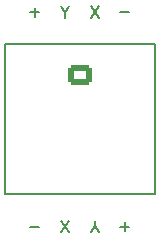
<source format=gbr>
%TF.GenerationSoftware,KiCad,Pcbnew,(6.0.1)*%
%TF.CreationDate,2022-02-07T22:37:26-05:00*%
%TF.ProjectId,PDB-B,5044422d-422e-46b6-9963-61645f706362,rev?*%
%TF.SameCoordinates,Original*%
%TF.FileFunction,Legend,Bot*%
%TF.FilePolarity,Positive*%
%FSLAX46Y46*%
G04 Gerber Fmt 4.6, Leading zero omitted, Abs format (unit mm)*
G04 Created by KiCad (PCBNEW (6.0.1)) date 2022-02-07 22:37:26*
%MOMM*%
%LPD*%
G01*
G04 APERTURE LIST*
G04 Aperture macros list*
%AMRoundRect*
0 Rectangle with rounded corners*
0 $1 Rounding radius*
0 $2 $3 $4 $5 $6 $7 $8 $9 X,Y pos of 4 corners*
0 Add a 4 corners polygon primitive as box body*
4,1,4,$2,$3,$4,$5,$6,$7,$8,$9,$2,$3,0*
0 Add four circle primitives for the rounded corners*
1,1,$1+$1,$2,$3*
1,1,$1+$1,$4,$5*
1,1,$1+$1,$6,$7*
1,1,$1+$1,$8,$9*
0 Add four rect primitives between the rounded corners*
20,1,$1+$1,$2,$3,$4,$5,0*
20,1,$1+$1,$4,$5,$6,$7,0*
20,1,$1+$1,$6,$7,$8,$9,0*
20,1,$1+$1,$8,$9,$2,$3,0*%
G04 Aperture macros list end*
%ADD10C,0.150000*%
%ADD11RoundRect,0.250000X-0.725000X0.600000X-0.725000X-0.600000X0.725000X-0.600000X0.725000X0.600000X0*%
%ADD12O,1.950000X1.700000*%
%ADD13C,2.667000*%
%ADD14C,1.700000*%
%ADD15O,1.700000X1.700000*%
G04 APERTURE END LIST*
D10*
X120650000Y-120650000D02*
X133350000Y-120650000D01*
X133350000Y-120650000D02*
X133350000Y-133350000D01*
X133350000Y-133350000D02*
X120650000Y-133350000D01*
X120650000Y-133350000D02*
X120650000Y-120650000D01*
X125730000Y-117959190D02*
X125730000Y-118435380D01*
X126063333Y-117435380D02*
X125730000Y-117959190D01*
X125396666Y-117435380D01*
X122809047Y-136072571D02*
X123570952Y-136072571D01*
X131190952Y-117927428D02*
X130429047Y-117927428D01*
X123570952Y-117927428D02*
X122809047Y-117927428D01*
X123190000Y-118308380D02*
X123190000Y-117546476D01*
X128603333Y-117435380D02*
X127936666Y-118435380D01*
X127936666Y-117435380D02*
X128603333Y-118435380D01*
X128270000Y-136040809D02*
X128270000Y-135564619D01*
X127936666Y-136564619D02*
X128270000Y-136040809D01*
X128603333Y-136564619D01*
X130429047Y-136072571D02*
X131190952Y-136072571D01*
X130810000Y-135691619D02*
X130810000Y-136453523D01*
X125396666Y-136564619D02*
X126063333Y-135564619D01*
X126063333Y-136564619D02*
X125396666Y-135564619D01*
%LPC*%
D11*
X127000000Y-123250000D03*
D12*
X127000000Y-125750000D03*
X127000000Y-128250000D03*
X127000000Y-130750000D03*
D13*
X118618000Y-129540000D03*
D14*
X134620000Y-123190000D03*
D15*
X134620000Y-125730000D03*
X134620000Y-128270000D03*
X134620000Y-130810000D03*
D14*
X123190000Y-134620000D03*
D15*
X125730000Y-134620000D03*
X128270000Y-134620000D03*
X130810000Y-134620000D03*
D14*
X130810000Y-119380000D03*
D15*
X128270000Y-119380000D03*
X125730000Y-119380000D03*
X123190000Y-119380000D03*
M02*

</source>
